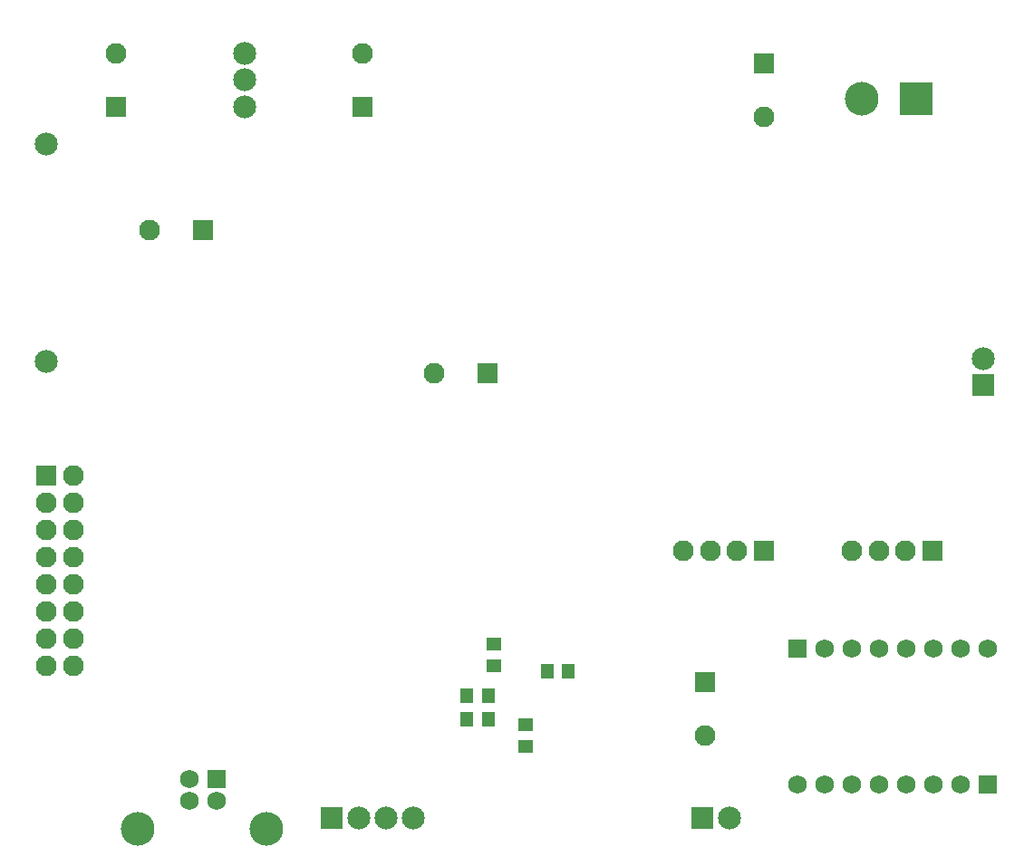
<source format=gbs>
G04*
G04 #@! TF.GenerationSoftware,Altium Limited,Altium Designer,19.1.8 (144)*
G04*
G04 Layer_Color=16711935*
%FSLAX44Y44*%
%MOMM*%
G71*
G01*
G75*
%ADD22R,1.4000X1.1500*%
%ADD23R,1.1500X1.4000*%
%ADD33R,2.1500X2.1500*%
%ADD34C,2.1500*%
%ADD35C,1.9500*%
%ADD36R,1.9500X1.9500*%
%ADD37R,3.1500X3.1500*%
%ADD38C,3.1500*%
%ADD39R,1.9500X1.9500*%
%ADD40C,1.7500*%
%ADD41R,1.7500X1.7500*%
%ADD42R,2.1500X2.1500*%
%ADD43R,1.7500X1.7500*%
%ADD44C,0.1500*%
D22*
X462500Y182500D02*
D03*
Y202500D02*
D03*
X492500Y127540D02*
D03*
Y107540D02*
D03*
D23*
X437500Y155000D02*
D03*
X457500D02*
D03*
Y132500D02*
D03*
X437500D02*
D03*
X512500Y177500D02*
D03*
X532500D02*
D03*
D33*
X920500Y444750D02*
D03*
D34*
Y469750D02*
D03*
X362000Y40000D02*
D03*
X336600D02*
D03*
X387400D02*
D03*
X45000Y670000D02*
D03*
Y467000D02*
D03*
X682700Y40000D02*
D03*
X230000Y705000D02*
D03*
Y730000D02*
D03*
Y755000D02*
D03*
D35*
X797500Y290000D02*
D03*
X822500D02*
D03*
X847500D02*
D03*
X640000D02*
D03*
X665000D02*
D03*
X690000D02*
D03*
X70400Y182200D02*
D03*
X45000D02*
D03*
X70400Y207600D02*
D03*
X45000D02*
D03*
X70400Y233000D02*
D03*
X45000D02*
D03*
X70400Y258400D02*
D03*
X45000D02*
D03*
X70400Y360000D02*
D03*
X45000Y334600D02*
D03*
X70400D02*
D03*
X45000Y309200D02*
D03*
X70400D02*
D03*
X45000Y283800D02*
D03*
X70400D02*
D03*
X660000Y117500D02*
D03*
X141000Y590000D02*
D03*
X715000Y695500D02*
D03*
X110000Y755000D02*
D03*
X340000D02*
D03*
X407000Y456000D02*
D03*
D36*
X872500Y290000D02*
D03*
X715000D02*
D03*
X191000Y590000D02*
D03*
X457000Y456000D02*
D03*
D37*
X857500Y712500D02*
D03*
D38*
X806700D02*
D03*
X250500Y30500D02*
D03*
X130500D02*
D03*
D39*
X45000Y360000D02*
D03*
X660000Y167500D02*
D03*
X715000Y745500D02*
D03*
X110000Y705000D02*
D03*
X340000D02*
D03*
D40*
X203500Y56500D02*
D03*
X178500Y76500D02*
D03*
Y56500D02*
D03*
X898500Y71500D02*
D03*
X873100D02*
D03*
X847700D02*
D03*
X822300D02*
D03*
X796900D02*
D03*
X771500D02*
D03*
X746100D02*
D03*
X771500Y198500D02*
D03*
X796900D02*
D03*
X822300D02*
D03*
X847700D02*
D03*
X873100D02*
D03*
X898500D02*
D03*
X923900D02*
D03*
D41*
X203500Y76500D02*
D03*
D42*
X311200Y40000D02*
D03*
X657300D02*
D03*
D43*
X923900Y71500D02*
D03*
X746100Y198500D02*
D03*
D44*
X935000Y785000D02*
D03*
X25000D02*
D03*
X935000Y25000D02*
D03*
X25000D02*
D03*
M02*

</source>
